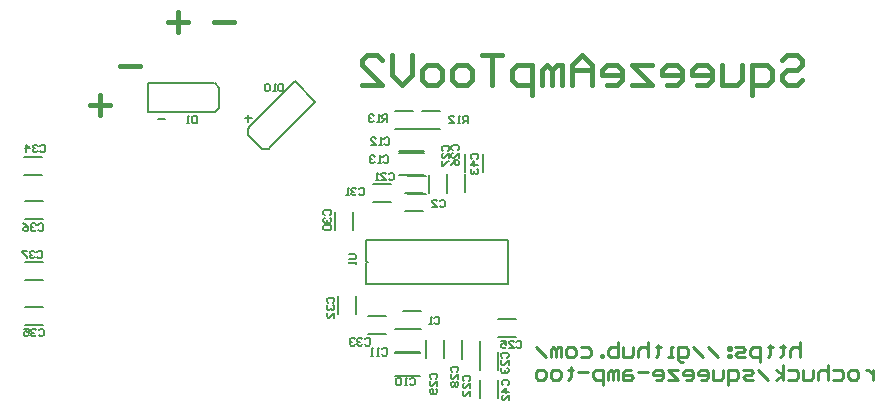
<source format=gbo>
%FSLAX24Y24*%
%MOIN*%
G70*
G01*
G75*
%ADD10C,0.0080*%
%ADD11R,0.0300X0.0300*%
%ADD12R,0.0300X0.0220*%
%ADD13R,0.0440X0.0120*%
%ADD14O,0.0190X0.1100*%
%ADD15R,0.0190X0.1100*%
%ADD16R,0.0220X0.0300*%
%ADD17R,0.0120X0.0440*%
%ADD18O,0.0440X0.0120*%
%ADD19R,0.0500X0.0250*%
%ADD20R,0.0360X0.0360*%
%ADD21O,0.0200X0.0500*%
%ADD22R,0.0200X0.0500*%
%ADD23R,0.1600X0.0600*%
%ADD24R,0.1460X0.1460*%
%ADD25R,0.0500X0.0500*%
%ADD26R,0.0830X0.2250*%
%ADD27R,0.0345X0.0500*%
%ADD28R,0.0630X0.0670*%
%ADD29O,0.0160X0.0530*%
%ADD30R,0.0160X0.0530*%
%ADD31R,0.0390X0.0350*%
%ADD32R,0.0220X0.0670*%
%ADD33O,0.0354X0.0787*%
%ADD34R,0.1968X0.1968*%
%ADD35R,0.0354X0.0787*%
%ADD36R,0.0280X0.0100*%
%ADD37R,0.0100X0.0510*%
%ADD38O,0.0100X0.0510*%
%ADD39R,0.0870X0.0870*%
%ADD40O,0.0200X0.0100*%
%ADD41R,0.0200X0.0100*%
%ADD42R,0.0100X0.0200*%
%ADD43C,0.0061*%
%ADD44C,0.0075*%
%ADD45C,0.0120*%
%ADD46C,0.0100*%
%ADD47C,0.0220*%
%ADD48C,0.0200*%
%ADD49C,0.0600*%
%ADD50C,0.0300*%
%ADD51C,0.0360*%
%ADD52C,0.0900*%
%ADD53C,0.0250*%
%ADD54C,0.0150*%
%ADD55C,0.0400*%
%ADD56C,0.0800*%
%ADD57C,0.2500*%
%ADD58C,0.0170*%
%ADD59R,0.0420X0.0420*%
%ADD60C,0.0420*%
%ADD61C,0.0650*%
%ADD62C,0.0620*%
%ADD63C,0.0600*%
%ADD64R,0.0600X0.0600*%
%ADD65R,0.0620X0.0620*%
%ADD66C,0.1200*%
%ADD67C,0.0500*%
%ADD68C,0.0510*%
%ADD69C,0.0390*%
%ADD70R,0.0900X0.0900*%
%ADD71C,0.0900*%
%ADD72C,0.0520*%
%ADD73C,0.0960*%
%ADD74C,0.1000*%
%ADD75C,0.0850*%
%ADD76C,0.0450*%
%ADD77C,0.0220*%
%ADD78C,0.0350*%
%ADD79C,0.0410*%
%ADD80C,0.0860*%
%ADD81O,0.0100X0.0600*%
%ADD82R,0.0100X0.0600*%
%ADD83R,0.3500X0.1380*%
%ADD84C,0.0630*%
%ADD85C,0.0700*%
%ADD86C,0.0340*%
%ADD87C,0.0730*%
%ADD88C,0.0500*%
%ADD89C,0.1900*%
%ADD90C,0.0160*%
%ADD91C,0.0040*%
%ADD92C,0.0050*%
%ADD93C,0.0070*%
%ADD94C,0.0030*%
D46*
X108628Y83133D02*
Y82800D01*
Y82967D01*
X108545Y83050D01*
X108461Y83133D01*
X108378D01*
X108045Y82800D02*
X107878D01*
X107795Y82883D01*
Y83050D01*
X107878Y83133D01*
X108045D01*
X108128Y83050D01*
Y82883D01*
X108045Y82800D01*
X107295Y83133D02*
X107545D01*
X107628Y83050D01*
Y82883D01*
X107545Y82800D01*
X107295D01*
X107129Y83300D02*
Y82800D01*
Y83050D01*
X107045Y83133D01*
X106879D01*
X106795Y83050D01*
Y82800D01*
X106629Y83133D02*
Y82883D01*
X106545Y82800D01*
X106296D01*
Y83133D01*
X105796D02*
X106046D01*
X106129Y83050D01*
Y82883D01*
X106046Y82800D01*
X105796D01*
X105629D02*
Y83300D01*
Y82967D02*
X105379Y83133D01*
X105629Y82967D02*
X105379Y82800D01*
X105129D02*
X104796Y83133D01*
X104629Y82800D02*
X104379D01*
X104296Y82883D01*
X104379Y82967D01*
X104546D01*
X104629Y83050D01*
X104546Y83133D01*
X104296D01*
X103796Y82633D02*
Y83133D01*
X104046D01*
X104130Y83050D01*
Y82883D01*
X104046Y82800D01*
X103796D01*
X103630Y83133D02*
Y82883D01*
X103546Y82800D01*
X103296D01*
Y83133D01*
X102880Y82800D02*
X103047D01*
X103130Y82883D01*
Y83050D01*
X103047Y83133D01*
X102880D01*
X102797Y83050D01*
Y82967D01*
X103130D01*
X102380Y82800D02*
X102547D01*
X102630Y82883D01*
Y83050D01*
X102547Y83133D01*
X102380D01*
X102297Y83050D01*
Y82967D01*
X102630D01*
X102130Y83133D02*
X101797D01*
X102130Y82800D01*
X101797D01*
X101380D02*
X101547D01*
X101630Y82883D01*
Y83050D01*
X101547Y83133D01*
X101380D01*
X101297Y83050D01*
Y82967D01*
X101630D01*
X101131Y83050D02*
X100797D01*
X100547Y83133D02*
X100381D01*
X100297Y83050D01*
Y82800D01*
X100547D01*
X100631Y82883D01*
X100547Y82967D01*
X100297D01*
X100131Y82800D02*
Y83133D01*
X100048D01*
X99964Y83050D01*
Y82800D01*
Y83050D01*
X99881Y83133D01*
X99798Y83050D01*
Y82800D01*
X99631Y82633D02*
Y83133D01*
X99381D01*
X99298Y83050D01*
Y82883D01*
X99381Y82800D01*
X99631D01*
X99131Y83050D02*
X98798D01*
X98548Y83217D02*
Y83133D01*
X98631D01*
X98465D01*
X98548D01*
Y82883D01*
X98465Y82800D01*
X98131D02*
X97965D01*
X97882Y82883D01*
Y83050D01*
X97965Y83133D01*
X98131D01*
X98215Y83050D01*
Y82883D01*
X98131Y82800D01*
X97632D02*
X97465D01*
X97382Y82883D01*
Y83050D01*
X97465Y83133D01*
X97632D01*
X97715Y83050D01*
Y82883D01*
X97632Y82800D01*
X106198Y84060D02*
Y83560D01*
Y83810D01*
X106115Y83893D01*
X105948D01*
X105865Y83810D01*
Y83560D01*
X105615Y83977D02*
Y83893D01*
X105698D01*
X105532D01*
X105615D01*
Y83643D01*
X105532Y83560D01*
X105198Y83977D02*
Y83893D01*
X105282D01*
X105115D01*
X105198D01*
Y83643D01*
X105115Y83560D01*
X104865Y83393D02*
Y83893D01*
X104615D01*
X104532Y83810D01*
Y83643D01*
X104615Y83560D01*
X104865D01*
X104365D02*
X104115D01*
X104032Y83643D01*
X104115Y83727D01*
X104282D01*
X104365Y83810D01*
X104282Y83893D01*
X104032D01*
X103866D02*
X103782D01*
Y83810D01*
X103866D01*
Y83893D01*
Y83643D02*
X103782D01*
Y83560D01*
X103866D01*
Y83643D01*
X103449Y83560D02*
X103116Y83893D01*
X102949Y83560D02*
X102616Y83893D01*
X102283Y83393D02*
X102199D01*
X102116Y83477D01*
Y83893D01*
X102366D01*
X102449Y83810D01*
Y83643D01*
X102366Y83560D01*
X102116D01*
X101949D02*
X101783D01*
X101866D01*
Y83893D01*
X101949D01*
X101450Y83977D02*
Y83893D01*
X101533D01*
X101366D01*
X101450D01*
Y83643D01*
X101366Y83560D01*
X101116Y84060D02*
Y83560D01*
Y83810D01*
X101033Y83893D01*
X100866D01*
X100783Y83810D01*
Y83560D01*
X100617Y83893D02*
Y83643D01*
X100533Y83560D01*
X100283D01*
Y83893D01*
X100117Y84060D02*
Y83560D01*
X99867D01*
X99783Y83643D01*
Y83727D01*
Y83810D01*
X99867Y83893D01*
X100117D01*
X99617Y83560D02*
Y83643D01*
X99534D01*
Y83560D01*
X99617D01*
X98867Y83893D02*
X99117D01*
X99200Y83810D01*
Y83643D01*
X99117Y83560D01*
X98867D01*
X98617D02*
X98451D01*
X98367Y83643D01*
Y83810D01*
X98451Y83893D01*
X98617D01*
X98701Y83810D01*
Y83643D01*
X98617Y83560D01*
X98201D02*
Y83893D01*
X98117D01*
X98034Y83810D01*
Y83560D01*
Y83810D01*
X97951Y83893D01*
X97867Y83810D01*
Y83560D01*
X97701D02*
X97368Y83893D01*
D54*
X83508Y93250D02*
X84175D01*
X82508Y91960D02*
X83175D01*
X82841Y92293D02*
Y91627D01*
X86648Y94730D02*
X87315D01*
X85118D02*
X85785D01*
X85451Y95063D02*
Y94397D01*
X105582Y93453D02*
X105748Y93620D01*
X106081D01*
X106248Y93453D01*
Y93286D01*
X106081Y93120D01*
X105748D01*
X105582Y92953D01*
Y92787D01*
X105748Y92620D01*
X106081D01*
X106248Y92787D01*
X104582Y92287D02*
Y93286D01*
X105082D01*
X105248Y93120D01*
Y92787D01*
X105082Y92620D01*
X104582D01*
X104249Y93286D02*
Y92787D01*
X104082Y92620D01*
X103582D01*
Y93286D01*
X102749Y92620D02*
X103082D01*
X103249Y92787D01*
Y93120D01*
X103082Y93286D01*
X102749D01*
X102583Y93120D01*
Y92953D01*
X103249D01*
X101750Y92620D02*
X102083D01*
X102249Y92787D01*
Y93120D01*
X102083Y93286D01*
X101750D01*
X101583Y93120D01*
Y92953D01*
X102249D01*
X101250Y93286D02*
X100583D01*
X101250Y92620D01*
X100583D01*
X99750D02*
X100083D01*
X100250Y92787D01*
Y93120D01*
X100083Y93286D01*
X99750D01*
X99584Y93120D01*
Y92953D01*
X100250D01*
X99250Y92620D02*
Y93286D01*
X98917Y93620D01*
X98584Y93286D01*
Y92620D01*
Y93120D01*
X99250D01*
X98251Y92620D02*
Y93286D01*
X98084D01*
X97917Y93120D01*
Y92620D01*
Y93120D01*
X97751Y93286D01*
X97584Y93120D01*
Y92620D01*
X97251Y92287D02*
Y93286D01*
X96751D01*
X96585Y93120D01*
Y92787D01*
X96751Y92620D01*
X97251D01*
X96251Y93620D02*
X95585D01*
X95918D01*
Y92620D01*
X95085D02*
X94752D01*
X94585Y92787D01*
Y93120D01*
X94752Y93286D01*
X95085D01*
X95252Y93120D01*
Y92787D01*
X95085Y92620D01*
X94085D02*
X93752D01*
X93586Y92787D01*
Y93120D01*
X93752Y93286D01*
X94085D01*
X94252Y93120D01*
Y92787D01*
X94085Y92620D01*
X93252Y93620D02*
Y92953D01*
X92919Y92620D01*
X92586Y92953D01*
Y93620D01*
X91586Y92620D02*
X92253D01*
X91586Y93286D01*
Y93453D01*
X91753Y93620D01*
X92086D01*
X92253Y93453D01*
D92*
X91720Y86681D02*
X91769Y86730D01*
X91720Y86779D01*
X95017Y89721D02*
Y90321D01*
X95617Y89721D02*
Y90321D01*
X95518Y82190D02*
Y82790D01*
X96118Y82190D02*
Y82790D01*
X80318Y90230D02*
X80918D01*
X80318Y89630D02*
X80918D01*
X80348Y85230D02*
X80948D01*
X80348Y84630D02*
X80948D01*
X80348Y88750D02*
X80948D01*
X80348Y88150D02*
X80948D01*
X80338Y86120D02*
X80938D01*
X80338Y86720D02*
X80938D01*
X86578Y91730D02*
X86678D01*
X86568Y92700D02*
X86658D01*
X86668Y92690D02*
X86818Y92540D01*
X84448Y91730D02*
X86578D01*
X86818Y91870D02*
Y92540D01*
X84448Y92700D02*
X86568D01*
X84448Y91730D02*
Y92690D01*
X86678Y91730D02*
X86818Y91870D01*
X91720Y86779D02*
Y87470D01*
X91720Y85990D02*
Y86681D01*
Y85990D02*
X96448D01*
Y87470D01*
X91720D02*
X96448D01*
X92678Y91170D02*
X93278D01*
X92678Y91770D02*
X93278D01*
X93598Y91170D02*
X94198D01*
X93598Y91770D02*
X94198D01*
X91778Y84330D02*
X92378D01*
X91778Y84930D02*
X92378D01*
X91388Y84980D02*
Y85580D01*
X90788Y84980D02*
Y85580D01*
X91938Y89330D02*
X92538D01*
X91938Y88730D02*
X92538D01*
X91298Y87810D02*
Y88410D01*
X90698Y87810D02*
Y88410D01*
X94318Y83540D02*
Y84140D01*
X93718Y83540D02*
Y84140D01*
X94318Y83520D02*
Y84120D01*
X94918Y83520D02*
Y84120D01*
X94418Y89040D02*
Y89640D01*
X93818Y89040D02*
Y89640D01*
X94418Y89070D02*
Y89670D01*
X95018Y89070D02*
Y89670D01*
X96108Y84830D02*
X96708D01*
X96108Y84230D02*
X96708D01*
X96118Y83120D02*
Y83720D01*
X95518Y83120D02*
Y83720D01*
Y83490D02*
Y84090D01*
X94918Y83490D02*
Y84090D01*
X93128Y88980D02*
X93728D01*
X93128Y89580D02*
X93728D01*
X92828Y90420D02*
X93658Y90420D01*
X92828Y89620D02*
X93658D01*
X92828Y91170D02*
X93658Y91170D01*
X92828Y90370D02*
X93658D01*
X92698Y84480D02*
X93528Y84480D01*
X92698Y83680D02*
X93528Y83680D01*
X92698Y83740D02*
X93528D01*
X92698Y82940D02*
X93528D01*
X93008Y89030D02*
X93608D01*
X93008Y88430D02*
X93608D01*
X92948Y85080D02*
X93548D01*
X92948Y84480D02*
X93548D01*
X87766Y90979D02*
Y91177D01*
X89343Y92754D02*
X90022Y92075D01*
X88530Y90569D02*
X90029Y92068D01*
X87766Y90979D02*
X88240Y90505D01*
X87837Y91248D02*
X89343Y92754D01*
X88240Y90505D02*
X88452D01*
X88466Y90505D02*
X88530Y90569D01*
X87766Y91177D02*
X87837Y91248D01*
X95244Y90170D02*
X95202Y90211D01*
Y90295D01*
X95244Y90336D01*
X95410D01*
X95452Y90295D01*
Y90211D01*
X95410Y90170D01*
X95452Y89961D02*
X95202D01*
X95327Y90086D01*
Y89920D01*
X95244Y89836D02*
X95202Y89795D01*
Y89711D01*
X95244Y89670D01*
X95285D01*
X95327Y89711D01*
Y89753D01*
Y89711D01*
X95369Y89670D01*
X95410D01*
X95452Y89711D01*
Y89795D01*
X95410Y89836D01*
X96290Y82613D02*
X96248Y82655D01*
Y82738D01*
X96290Y82780D01*
X96456D01*
X96498Y82738D01*
Y82655D01*
X96456Y82613D01*
X96498Y82405D02*
X96248D01*
X96373Y82530D01*
Y82363D01*
X96498Y82114D02*
Y82280D01*
X96331Y82114D01*
X96290D01*
X96248Y82155D01*
Y82239D01*
X96290Y82280D01*
X80851Y90598D02*
X80893Y90640D01*
X80976D01*
X81018Y90598D01*
Y90432D01*
X80976Y90390D01*
X80893D01*
X80851Y90432D01*
X80768Y90598D02*
X80727Y90640D01*
X80643D01*
X80602Y90598D01*
Y90557D01*
X80643Y90515D01*
X80685D01*
X80643D01*
X80602Y90473D01*
Y90432D01*
X80643Y90390D01*
X80727D01*
X80768Y90432D01*
X80393Y90390D02*
Y90640D01*
X80518Y90515D01*
X80352D01*
X80801Y84458D02*
X80843Y84500D01*
X80926D01*
X80968Y84458D01*
Y84292D01*
X80926Y84250D01*
X80843D01*
X80801Y84292D01*
X80718Y84458D02*
X80677Y84500D01*
X80593D01*
X80552Y84458D01*
Y84417D01*
X80593Y84375D01*
X80635D01*
X80593D01*
X80552Y84333D01*
Y84292D01*
X80593Y84250D01*
X80677D01*
X80718Y84292D01*
X80302Y84500D02*
X80468D01*
Y84375D01*
X80385Y84417D01*
X80343D01*
X80302Y84375D01*
Y84292D01*
X80343Y84250D01*
X80427D01*
X80468Y84292D01*
X80791Y87978D02*
X80833Y88020D01*
X80916D01*
X80958Y87978D01*
Y87812D01*
X80916Y87770D01*
X80833D01*
X80791Y87812D01*
X80708Y87978D02*
X80667Y88020D01*
X80583D01*
X80542Y87978D01*
Y87937D01*
X80583Y87895D01*
X80625D01*
X80583D01*
X80542Y87853D01*
Y87812D01*
X80583Y87770D01*
X80667D01*
X80708Y87812D01*
X80292Y88020D02*
X80375Y87978D01*
X80458Y87895D01*
Y87812D01*
X80417Y87770D01*
X80333D01*
X80292Y87812D01*
Y87853D01*
X80333Y87895D01*
X80458D01*
X80751Y87058D02*
X80793Y87100D01*
X80876D01*
X80918Y87058D01*
Y86892D01*
X80876Y86850D01*
X80793D01*
X80751Y86892D01*
X80668Y87058D02*
X80627Y87100D01*
X80543D01*
X80502Y87058D01*
Y87017D01*
X80543Y86975D01*
X80585D01*
X80543D01*
X80502Y86933D01*
Y86892D01*
X80543Y86850D01*
X80627D01*
X80668Y86892D01*
X80418Y87100D02*
X80252D01*
Y87058D01*
X80418Y86892D01*
Y86850D01*
X86068Y91600D02*
Y91350D01*
X85943D01*
X85901Y91392D01*
Y91558D01*
X85943Y91600D01*
X86068D01*
X85818Y91350D02*
X85735D01*
X85777D01*
Y91600D01*
X85818Y91558D01*
X91138Y86980D02*
X91346D01*
X91388Y86938D01*
Y86855D01*
X91346Y86813D01*
X91138D01*
X91388Y86730D02*
Y86647D01*
Y86688D01*
X91138D01*
X91180Y86730D01*
X92428Y91400D02*
Y91650D01*
X92303D01*
X92261Y91608D01*
Y91525D01*
X92303Y91483D01*
X92428D01*
X92345D02*
X92261Y91400D01*
X92178D02*
X92095D01*
X92137D01*
Y91650D01*
X92178Y91608D01*
X91970D02*
X91928Y91650D01*
X91845D01*
X91803Y91608D01*
Y91567D01*
X91845Y91525D01*
X91887D01*
X91845D01*
X91803Y91483D01*
Y91442D01*
X91845Y91400D01*
X91928D01*
X91970Y91442D01*
X95108Y91360D02*
Y91610D01*
X94983D01*
X94941Y91568D01*
Y91485D01*
X94983Y91443D01*
X95108D01*
X95025D02*
X94941Y91360D01*
X94858D02*
X94775D01*
X94817D01*
Y91610D01*
X94858Y91568D01*
X94483Y91360D02*
X94650D01*
X94483Y91527D01*
Y91568D01*
X94525Y91610D01*
X94608D01*
X94650Y91568D01*
X91681Y84148D02*
X91723Y84190D01*
X91806D01*
X91848Y84148D01*
Y83982D01*
X91806Y83940D01*
X91723D01*
X91681Y83982D01*
X91598Y84148D02*
X91557Y84190D01*
X91473D01*
X91432Y84148D01*
Y84107D01*
X91473Y84065D01*
X91515D01*
X91473D01*
X91432Y84023D01*
Y83982D01*
X91473Y83940D01*
X91557D01*
X91598Y83982D01*
X91348Y84148D02*
X91307Y84190D01*
X91223D01*
X91182Y84148D01*
Y84107D01*
X91223Y84065D01*
X91265D01*
X91223D01*
X91182Y84023D01*
Y83982D01*
X91223Y83940D01*
X91307D01*
X91348Y83982D01*
X90450Y85373D02*
X90408Y85415D01*
Y85498D01*
X90450Y85540D01*
X90616D01*
X90658Y85498D01*
Y85415D01*
X90616Y85373D01*
X90450Y85290D02*
X90408Y85248D01*
Y85165D01*
X90450Y85123D01*
X90491D01*
X90533Y85165D01*
Y85207D01*
Y85165D01*
X90575Y85123D01*
X90616D01*
X90658Y85165D01*
Y85248D01*
X90616Y85290D01*
X90658Y84874D02*
Y85040D01*
X90491Y84874D01*
X90450D01*
X90408Y84915D01*
Y84999D01*
X90450Y85040D01*
X91481Y89158D02*
X91523Y89200D01*
X91606D01*
X91648Y89158D01*
Y88992D01*
X91606Y88950D01*
X91523D01*
X91481Y88992D01*
X91398Y89158D02*
X91357Y89200D01*
X91273D01*
X91232Y89158D01*
Y89117D01*
X91273Y89075D01*
X91315D01*
X91273D01*
X91232Y89033D01*
Y88992D01*
X91273Y88950D01*
X91357D01*
X91398Y88992D01*
X91148Y88950D02*
X91065D01*
X91107D01*
Y89200D01*
X91148Y89158D01*
X90340Y88293D02*
X90298Y88335D01*
Y88418D01*
X90340Y88460D01*
X90506D01*
X90548Y88418D01*
Y88335D01*
X90506Y88293D01*
X90340Y88210D02*
X90298Y88168D01*
Y88085D01*
X90340Y88043D01*
X90381D01*
X90423Y88085D01*
Y88127D01*
Y88085D01*
X90465Y88043D01*
X90506D01*
X90548Y88085D01*
Y88168D01*
X90506Y88210D01*
X90340Y87960D02*
X90298Y87919D01*
Y87835D01*
X90340Y87794D01*
X90506D01*
X90548Y87835D01*
Y87919D01*
X90506Y87960D01*
X90340D01*
X93880Y82843D02*
X93838Y82885D01*
Y82968D01*
X93880Y83010D01*
X94046D01*
X94088Y82968D01*
Y82885D01*
X94046Y82843D01*
X94088Y82593D02*
Y82760D01*
X93921Y82593D01*
X93880D01*
X93838Y82635D01*
Y82718D01*
X93880Y82760D01*
X94046Y82510D02*
X94088Y82469D01*
Y82385D01*
X94046Y82344D01*
X93880D01*
X93838Y82385D01*
Y82469D01*
X93880Y82510D01*
X93921D01*
X93963Y82469D01*
Y82344D01*
X94590Y83073D02*
X94548Y83115D01*
Y83198D01*
X94590Y83240D01*
X94756D01*
X94798Y83198D01*
Y83115D01*
X94756Y83073D01*
X94798Y82823D02*
Y82990D01*
X94631Y82823D01*
X94590D01*
X94548Y82865D01*
Y82948D01*
X94590Y82990D01*
Y82740D02*
X94548Y82699D01*
Y82615D01*
X94590Y82574D01*
X94631D01*
X94673Y82615D01*
X94715Y82574D01*
X94756D01*
X94798Y82615D01*
Y82699D01*
X94756Y82740D01*
X94715D01*
X94673Y82699D01*
X94631Y82740D01*
X94590D01*
X94673Y82699D02*
Y82615D01*
X94290Y90433D02*
X94248Y90475D01*
Y90558D01*
X94290Y90600D01*
X94456D01*
X94498Y90558D01*
Y90475D01*
X94456Y90433D01*
X94498Y90183D02*
Y90350D01*
X94331Y90183D01*
X94290D01*
X94248Y90225D01*
Y90308D01*
X94290Y90350D01*
X94248Y90100D02*
Y89934D01*
X94290D01*
X94456Y90100D01*
X94498D01*
X94600Y90453D02*
X94558Y90495D01*
Y90578D01*
X94600Y90620D01*
X94766D01*
X94808Y90578D01*
Y90495D01*
X94766Y90453D01*
X94808Y90203D02*
Y90370D01*
X94641Y90203D01*
X94600D01*
X94558Y90245D01*
Y90328D01*
X94600Y90370D01*
X94558Y89954D02*
X94600Y90037D01*
X94683Y90120D01*
X94766D01*
X94808Y90079D01*
Y89995D01*
X94766Y89954D01*
X94725D01*
X94683Y89995D01*
Y90120D01*
X96731Y84058D02*
X96773Y84100D01*
X96856D01*
X96898Y84058D01*
Y83892D01*
X96856Y83850D01*
X96773D01*
X96731Y83892D01*
X96482Y83850D02*
X96648D01*
X96482Y84017D01*
Y84058D01*
X96523Y84100D01*
X96607D01*
X96648Y84058D01*
X96232Y84100D02*
X96398D01*
Y83975D01*
X96315Y84017D01*
X96273D01*
X96232Y83975D01*
Y83892D01*
X96273Y83850D01*
X96357D01*
X96398Y83892D01*
X96260Y83543D02*
X96218Y83585D01*
Y83668D01*
X96260Y83710D01*
X96426D01*
X96468Y83668D01*
Y83585D01*
X96426Y83543D01*
X96468Y83293D02*
Y83460D01*
X96301Y83293D01*
X96260D01*
X96218Y83335D01*
Y83418D01*
X96260Y83460D01*
Y83210D02*
X96218Y83169D01*
Y83085D01*
X96260Y83044D01*
X96301D01*
X96343Y83085D01*
Y83127D01*
Y83085D01*
X96385Y83044D01*
X96426D01*
X96468Y83085D01*
Y83169D01*
X96426Y83210D01*
X94990Y82763D02*
X94948Y82805D01*
Y82888D01*
X94990Y82930D01*
X95156D01*
X95198Y82888D01*
Y82805D01*
X95156Y82763D01*
X95198Y82513D02*
Y82680D01*
X95031Y82513D01*
X94990D01*
X94948Y82555D01*
Y82638D01*
X94990Y82680D01*
X95198Y82264D02*
Y82430D01*
X95031Y82264D01*
X94990D01*
X94948Y82305D01*
Y82389D01*
X94990Y82430D01*
X92471Y89668D02*
X92513Y89710D01*
X92596D01*
X92638Y89668D01*
Y89502D01*
X92596Y89460D01*
X92513D01*
X92471Y89502D01*
X92222Y89460D02*
X92388D01*
X92222Y89627D01*
Y89668D01*
X92263Y89710D01*
X92347D01*
X92388Y89668D01*
X92138Y89460D02*
X92055D01*
X92097D01*
Y89710D01*
X92138Y89668D01*
X92291Y90238D02*
X92333Y90280D01*
X92416D01*
X92458Y90238D01*
Y90072D01*
X92416Y90030D01*
X92333D01*
X92291Y90072D01*
X92208Y90030D02*
X92125D01*
X92167D01*
Y90280D01*
X92208Y90238D01*
X92000D02*
X91958Y90280D01*
X91875D01*
X91833Y90238D01*
Y90197D01*
X91875Y90155D01*
X91917D01*
X91875D01*
X91833Y90113D01*
Y90072D01*
X91875Y90030D01*
X91958D01*
X92000Y90072D01*
X92331Y90838D02*
X92373Y90880D01*
X92456D01*
X92498Y90838D01*
Y90672D01*
X92456Y90630D01*
X92373D01*
X92331Y90672D01*
X92248Y90630D02*
X92165D01*
X92207D01*
Y90880D01*
X92248Y90838D01*
X91873Y90630D02*
X92040D01*
X91873Y90797D01*
Y90838D01*
X91915Y90880D01*
X91998D01*
X92040Y90838D01*
X92241Y83818D02*
X92283Y83860D01*
X92366D01*
X92408Y83818D01*
Y83652D01*
X92366Y83610D01*
X92283D01*
X92241Y83652D01*
X92158Y83610D02*
X92075D01*
X92117D01*
Y83860D01*
X92158Y83818D01*
X91950Y83610D02*
X91867D01*
X91908D01*
Y83860D01*
X91950Y83818D01*
X93171Y82828D02*
X93213Y82870D01*
X93296D01*
X93338Y82828D01*
Y82662D01*
X93296Y82620D01*
X93213D01*
X93171Y82662D01*
X93088Y82620D02*
X93005D01*
X93047D01*
Y82870D01*
X93088Y82828D01*
X92880D02*
X92838Y82870D01*
X92755D01*
X92713Y82828D01*
Y82662D01*
X92755Y82620D01*
X92838D01*
X92880Y82662D01*
Y82828D01*
X94171Y88768D02*
X94213Y88810D01*
X94296D01*
X94338Y88768D01*
Y88602D01*
X94296Y88560D01*
X94213D01*
X94171Y88602D01*
X93922Y88560D02*
X94088D01*
X93922Y88727D01*
Y88768D01*
X93963Y88810D01*
X94047D01*
X94088Y88768D01*
X93991Y84868D02*
X94033Y84910D01*
X94116D01*
X94158Y84868D01*
Y84702D01*
X94116Y84660D01*
X94033D01*
X93991Y84702D01*
X93908Y84660D02*
X93825D01*
X93867D01*
Y84910D01*
X93908Y84868D01*
X88958Y92670D02*
Y92420D01*
X88833D01*
X88791Y92462D01*
Y92628D01*
X88833Y92670D01*
X88958D01*
X88708Y92420D02*
X88625D01*
X88667D01*
Y92670D01*
X88708Y92628D01*
X88500D02*
X88458Y92670D01*
X88375D01*
X88333Y92628D01*
Y92462D01*
X88375Y92420D01*
X88458D01*
X88500Y92462D01*
Y92628D01*
D93*
X87678Y91525D02*
X87911D01*
X87795Y91642D02*
Y91408D01*
X84778Y91495D02*
X85011D01*
M02*

</source>
